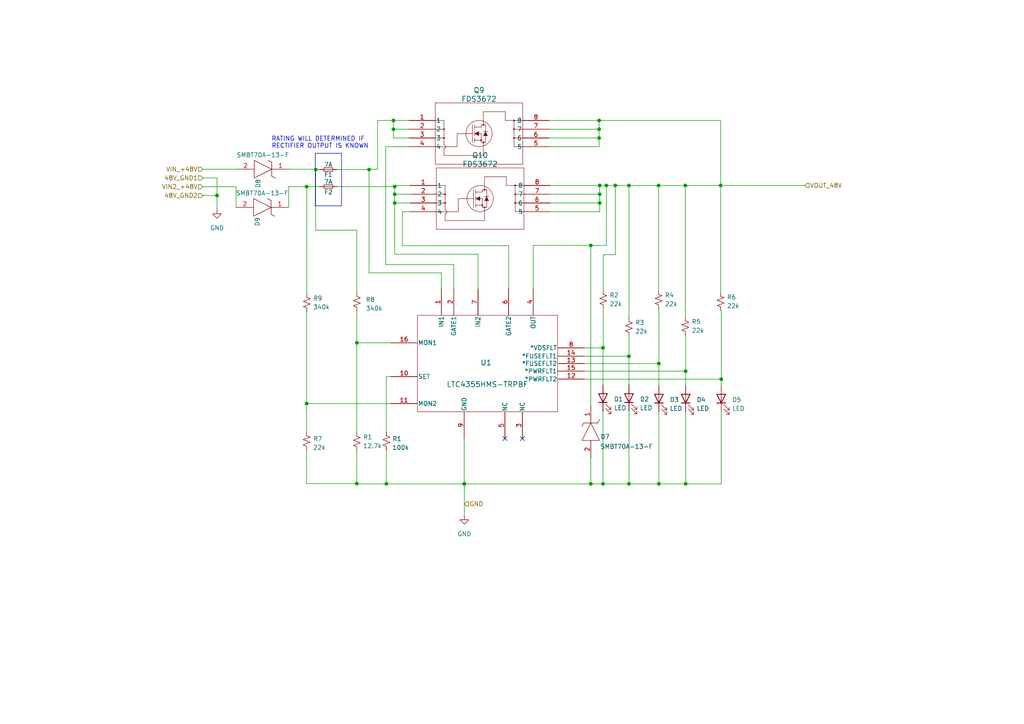
<source format=kicad_sch>
(kicad_sch (version 20230121) (generator eeschema)
  (paper "A4")
  (lib_symbols
    (symbol "Device:Fuse_Small" (pin_numbers hide) (pin_names (offset 0.254) hide)
      (property "Reference" "F" (at 0 -1.524 0))
      (property "Value" "Fuse_Small" (at 0 1.524 0))
      (symbol "Fuse_Small_0_1"
        (rectangle (start -1.27 0.508) (end 1.27 -0.508))
        (polyline (pts (xy -1.27 0) (xy 1.27 0)))
      )
      (symbol "Fuse_Small_1_1"
        (pin passive line (at -2.54 0 0) (length 1.27) (name "~") (number "1"))
        (pin passive line (at 2.54 0 180) (length 1.27) (name "~") (number "2"))
      )
    )
    (symbol "Device:LED" (pin_numbers hide) (pin_names (offset 1.016) hide)
      (property "Reference" "D" (at 0 2.54 0))
      (property "Value" "LED" (at 0 -2.54 0))
      (symbol "LED_0_1"
        (polyline (pts (xy -1.27 -1.27) (xy -1.27 1.27)) (stroke (width 0.254)))
        (polyline (pts (xy -1.27 0) (xy 1.27 0)))
        (polyline (pts (xy 1.27 -1.27) (xy 1.27 1.27) (xy -1.27 0) (xy 1.27 -1.27)) (stroke (width 0.254)))
        (polyline (pts (xy -3.048 -0.762) (xy -4.572 -2.286) (xy -3.81 -2.286) (xy -4.572 -2.286) (xy -4.572 -1.524)))
        (polyline (pts (xy -1.778 -0.762) (xy -3.302 -2.286) (xy -2.54 -2.286) (xy -3.302 -2.286) (xy -3.302 -1.524)))
      )
      (symbol "LED_1_1"
        (pin passive line (at -3.81 0 0) (length 2.54) (name "K") (number "1"))
        (pin passive line (at 3.81 0 180) (length 2.54) (name "A") (number "2"))
      )
    )
    (symbol "Device:R_Small_US" (pin_numbers hide) (pin_names (offset 0.254) hide)
      (property "Reference" "R" (at 0.762 0.508 0))
      (property "Value" "R_Small_US" (at 0.762 -1.016 0))
      (symbol "R_Small_US_1_1"
        (polyline (pts (xy 0 0) (xy 1.016 -0.381) (xy 0 -0.762) (xy -1.016 -1.143) (xy 0 -1.524)))
        (polyline (pts (xy 0 1.524) (xy 1.016 1.143) (xy 0 0.762) (xy -1.016 0.381) (xy 0 0)))
        (pin passive line (at 0 2.54 270) (length 1.016) (name "~") (number "1"))
        (pin passive line (at 0 -2.54 90) (length 1.016) (name "~") (number "2"))
      )
    )
    (symbol "LTC4355HMS:LTC4355HMS-TRPBF" (pin_names (offset 0.254))
      (property "Reference" "U1" (at 27.5336 -8.636 0))
      (property "Value" "LTC4355HMS-TRPBF" (at 27.8892 -14.9352 0))
      (symbol "LTC4355HMS-TRPBF_0_1"
        (polyline (pts (xy 7.62 -22.86) (xy 48.26 -22.86)) (stroke (width 0.127)))
        (polyline (pts (xy 7.62 5.08) (xy 7.62 -22.86)) (stroke (width 0.127)))
        (polyline (pts (xy 48.26 -22.86) (xy 48.26 5.08)) (stroke (width 0.127)))
        (polyline (pts (xy 48.26 5.08) (xy 7.62 5.08)) (stroke (width 0.127)))
        (pin unspecified line (at 14.5542 12.8016 270) (length 7.62) (name "IN1") (number "1"))
        (pin unspecified line (at -0.0508 -12.6746 0) (length 7.62) (name "SET") (number "10"))
        (pin unspecified line (at -0.1016 -20.4978 0) (length 7.62) (name "MON2") (number "11"))
        (pin unspecified line (at 56.0324 -13.4112 180) (length 7.62) (name "*PWRFLT2") (number "12"))
        (pin unspecified line (at 56.007 -8.89 180) (length 7.62) (name "*FUSEFLT2") (number "13"))
        (pin unspecified line (at 56.007 -6.7564 180) (length 7.62) (name "*FUSEFLT1") (number "14"))
        (pin unspecified line (at 56.007 -11.0998 180) (length 7.62) (name "*PWRFLT1") (number "15"))
        (pin unspecified line (at -0.0762 -2.8702 0) (length 7.62) (name "MON1") (number "16"))
        (pin unspecified line (at 18.161 12.827 270) (length 7.62) (name "GATE1") (number "2"))
        (pin unspecified line (at 38.0619 -30.6451 90) (length 7.62) (name "NC") (number "3"))
        (pin unspecified line (at 41.1988 12.827 270) (length 7.62) (name "OUT") (number "4"))
        (pin unspecified line (at 32.9819 -30.6451 90) (length 7.62) (name "NC") (number "5"))
        (pin unspecified line (at 34.0614 12.8016 270) (length 7.62) (name "GATE2") (number "6"))
        (pin unspecified line (at 25.1968 12.7508 270) (length 7.62) (name "IN2") (number "7"))
        (pin unspecified line (at 56.007 -4.3434 180) (length 7.62) (name "*VDSFLT") (number "8"))
        (pin unspecified line (at 21.1836 -30.5816 90) (length 7.62) (name "GND") (number "9"))
      )
    )
    (symbol "SMBT70A-13-F:SMBT70A-13-F" (pin_names (offset 0.762))
      (property "Reference" "D" (at 10.16 8.89 0))
      (property "Value" "SMBT70A-13-F" (at 10.16 6.35 0))
      (symbol "SMBT70A-13-F_0_0"
        (pin passive line (at 0 0 0) (length 5.08) (name "~") (number "1"))
        (pin passive line (at 15.24 0 180) (length 5.08) (name "~") (number "2"))
      )
      (symbol "SMBT70A-13-F_0_1"
        (polyline (pts (xy 4.064 2.54) (xy 5.08 2.032)) (stroke (width 0.1524)))
        (polyline (pts (xy 5.08 -2.032) (xy 5.08 2.032)) (stroke (width 0.1524)))
        (polyline (pts (xy 5.08 -2.032) (xy 6.096 -2.54)) (stroke (width 0.1524)))
        (polyline (pts (xy 5.08 0) (xy 10.16 2.54) (xy 10.16 -2.54) (xy 5.08 0)) (stroke (width 0.1524)))
      )
    )
    (symbol "power:GND" (power) (pin_names (offset 0))
      (property "Value" "GND" (at 0 -3.81 0))
      (symbol "GND_0_1"
        (polyline (pts (xy 0 0) (xy 0 -1.27) (xy 1.27 -1.27) (xy 0 -2.54) (xy -1.27 -1.27) (xy 0 -1.27)))
      )
      (symbol "GND_1_1"
        (pin power_in line (at 0 0 270) (length 0) hide (name "GND") (number "1"))
      )
    )
    (symbol "ul_FDS3672:FDS3672" (pin_names (offset 0.254))
      (property "Reference" "MOSFET" (at 20.32 10.16 0))
      (property "Value" "FDS3672" (at 20.32 7.62 0))
      (symbol "FDS3672_0_1"
        (polyline (pts (xy 7.62 -12.7) (xy 33.02 -12.7)) (stroke (width 0.127)))
        (polyline (pts (xy 7.62 -7.62) (xy 13.97 -7.62)) (stroke (width 0.127)))
        (polyline (pts (xy 7.62 -5.08) (xy 10.16 -5.08)) (stroke (width 0.127)))
        (polyline (pts (xy 7.62 -2.54) (xy 10.16 -2.54)) (stroke (width 0.127)))
        (polyline (pts (xy 7.62 0) (xy 10.16 0)) (stroke (width 0.127)))
        (polyline (pts (xy 7.62 5.08) (xy 7.62 -12.7)) (stroke (width 0.127)))
        (polyline (pts (xy 10.16 -10.16) (xy 21.59 -10.16)) (stroke (width 0.127)))
        (polyline (pts (xy 10.16 -8.128) (xy 10.16 -10.16)) (stroke (width 0.127)))
        (polyline (pts (xy 10.16 0) (xy 10.16 -7.112)) (stroke (width 0.127)))
        (polyline (pts (xy 13.97 -7.62) (xy 13.97 -3.81)) (stroke (width 0.127)))
        (polyline (pts (xy 13.97 -3.81) (xy 18.415 -3.81)) (stroke (width 0.127)))
        (polyline (pts (xy 18.415 -6.35) (xy 18.415 -1.27)) (stroke (width 0.127)))
        (polyline (pts (xy 19.05 -6.35) (xy 19.05 -5.08)) (stroke (width 0.127)))
        (polyline (pts (xy 19.05 -5.715) (xy 20.955 -5.715)) (stroke (width 0.127)))
        (polyline (pts (xy 19.05 -4.445) (xy 19.05 -3.175)) (stroke (width 0.127)))
        (polyline (pts (xy 19.05 -2.54) (xy 19.05 -1.27)) (stroke (width 0.127)))
        (polyline (pts (xy 19.05 -1.905) (xy 20.955 -1.905)) (stroke (width 0.127)))
        (polyline (pts (xy 20.32 -3.81) (xy 20.955 -3.81)) (stroke (width 0.127)))
        (polyline (pts (xy 20.955 -6.35) (xy 20.955 -3.81)) (stroke (width 0.127)))
        (polyline (pts (xy 20.955 -6.35) (xy 22.225 -6.35)) (stroke (width 0.127)))
        (polyline (pts (xy 20.955 -1.905) (xy 20.955 -1.27)) (stroke (width 0.127)))
        (polyline (pts (xy 20.955 -1.27) (xy 22.225 -1.27)) (stroke (width 0.127)))
        (polyline (pts (xy 21.59 -10.16) (xy 21.59 -6.35)) (stroke (width 0.127)))
        (polyline (pts (xy 21.59 2.54) (xy 21.59 -1.27)) (stroke (width 0.127)))
        (polyline (pts (xy 22.225 -6.35) (xy 22.225 -4.445)) (stroke (width 0.127)))
        (polyline (pts (xy 22.225 -3.175) (xy 22.225 -1.27)) (stroke (width 0.127)))
        (polyline (pts (xy 22.86 -3.175) (xy 21.59 -3.175)) (stroke (width 0.127)))
        (polyline (pts (xy 27.94 0) (xy 27.94 2.54)) (stroke (width 0.127)))
        (polyline (pts (xy 27.94 2.54) (xy 21.59 2.54)) (stroke (width 0.127)))
        (polyline (pts (xy 30.48 -7.62) (xy 30.48 0)) (stroke (width 0.127)))
        (polyline (pts (xy 33.02 -12.7) (xy 33.02 5.08)) (stroke (width 0.127)))
        (polyline (pts (xy 33.02 -7.62) (xy 30.48 -7.62)) (stroke (width 0.127)))
        (polyline (pts (xy 33.02 -5.08) (xy 30.48 -5.08)) (stroke (width 0.127)))
        (polyline (pts (xy 33.02 -2.54) (xy 30.48 -2.54)) (stroke (width 0.127)))
        (polyline (pts (xy 33.02 0) (xy 27.94 0)) (stroke (width 0.127)))
        (polyline (pts (xy 33.02 5.08) (xy 7.62 5.08)) (stroke (width 0.127)))
        (polyline (pts (xy 20.32 -3.175) (xy 19.05 -3.81) (xy 20.32 -4.445)) (stroke (width 0.0254)) (fill (type outline)))
        (polyline (pts (xy 22.86 -4.445) (xy 21.59 -4.445) (xy 22.225 -3.175)) (stroke (width 0.0254)) (fill (type outline)))
        (arc (start 10.16 -8.128) (mid 10.6658 -7.62) (end 10.16 -7.112) (stroke (width 0.127)))
        (circle (center 10.16 -5.08) (radius 0.127) (stroke (width 0.254)))
        (circle (center 10.16 -2.54) (radius 0.127) (stroke (width 0.254)))
        (circle (center 20.32 -3.81) (radius 3.81) (stroke (width 0.127)))
        (circle (center 20.955 -5.715) (radius 0.127) (stroke (width 0.254)))
        (circle (center 21.59 -6.35) (radius 0.127) (stroke (width 0.254)))
        (circle (center 21.59 -1.27) (radius 0.127) (stroke (width 0.254)))
        (circle (center 30.48 -5.08) (radius 0.127) (stroke (width 0.254)))
        (circle (center 30.48 -2.54) (radius 0.127) (stroke (width 0.254)))
        (circle (center 30.48 0) (radius 0.127) (stroke (width 0.254)))
        (pin unspecified line (at 0 0 0) (length 7.62) (name "1") (number "1"))
        (pin unspecified line (at 0 -2.54 0) (length 7.62) (name "2") (number "2"))
        (pin unspecified line (at 0 -5.08 0) (length 7.62) (name "3") (number "3"))
        (pin unspecified line (at 0 -7.62 0) (length 7.62) (name "4") (number "4"))
        (pin unspecified line (at 40.64 -7.62 180) (length 7.62) (name "5") (number "5"))
        (pin unspecified line (at 40.64 -5.08 180) (length 7.62) (name "6") (number "6"))
        (pin unspecified line (at 40.64 -2.54 180) (length 7.62) (name "7") (number "7"))
        (pin unspecified line (at 40.64 0 180) (length 7.62) (name "8") (number "8"))
      )
    )
  )
  (junction (at 114.4702 54.1182))
  (junction (at 107.0407 49.1784))
  (junction (at 198.8717 140.3379))
  (junction (at 182.4156 53.7951))
  (junction (at 209.1983 109.9655))
  (junction (at 103.4835 140.2547))
  (junction (at 114.4702 56.3351))
  (junction (at 88.9176 54.1182))
  (junction (at 173.9397 58.8751))
  (junction (at 209.0157 53.7951))
  (junction (at 173.761 40.0195))
  (junction (at 198.8671 107.6541))
  (junction (at 114.4702 58.8751))
  (junction (at 173.761 34.9395))
  (junction (at 114.1124 37.4795))
  (junction (at 134.6364 140.3379))
  (junction (at 173.9397 53.7951))
  (junction (at 173.9397 56.3351))
  (junction (at 173.761 37.4795))
  (junction (at 91.5715 49.1784))
  (junction (at 175.8697 53.7951))
  (junction (at 174.8907 100.8977))
  (junction (at 171.3529 71.1753))
  (junction (at 198.7849 53.7951))
  (junction (at 112.0592 140.3379))
  (junction (at 62.9416 56.7067))
  (junction (at 182.4206 140.3379))
  (junction (at 191.0963 140.3379))
  (junction (at 134.6818 140.3379))
  (junction (at 182.4156 103.3107))
  (junction (at 174.8907 140.3379))
  (junction (at 191.1094 105.4384))
  (junction (at 171.3529 140.3379))
  (junction (at 114.1124 34.9395))
  (junction (at 191.0095 53.7951))
  (junction (at 88.9149 117.0521))
  (junction (at 178.4711 53.7951))
  (junction (at 103.5015 99.4245))
  (no_connect (at 151.5147 127.1994))
  (no_connect (at 146.4347 127.1994))
  (wire (pts (xy 91.5546 66.7794) (xy 91.5546 49.1784)))
  (wire (pts (xy 173.761 40.0195) (xy 173.761 37.4795)))
  (wire (pts (xy 159.5817 58.8751) (xy 173.9397 58.8751)))
  (wire (pts (xy 114.4702 54.1182) (xy 114.4702 56.3351)))
  (wire (pts (xy 182.4206 119.2666) (xy 182.4206 140.3379)))
  (wire (pts (xy 169.4598 100.8977) (xy 174.8907 100.8977)))
  (wire (pts (xy 159.2529 37.4795) (xy 173.761 37.4795)))
  (wire (pts (xy 198.8671 111.8103) (xy 198.8717 111.8103)))
  (wire (pts (xy 182.4156 103.3107) (xy 182.4156 97.3766)))
  (wire (pts (xy 174.9676 89.4348) (xy 174.9676 100.8977)))
  (wire (pts (xy 88.9149 117.0521) (xy 88.9149 90.3369)))
  (wire (pts (xy 88.9176 54.1667) (xy 88.9873 54.1667)))
  (wire (pts (xy 191.0095 53.7951) (xy 198.7849 53.7951)))
  (wire (pts (xy 171.3529 140.3379) (xy 174.8907 140.3379)))
  (wire (pts (xy 58.8404 51.6267) (xy 62.9416 51.6267)))
  (wire (pts (xy 107.0407 49.0872) (xy 107.0407 49.1784)))
  (wire (pts (xy 171.3529 71.1753) (xy 175.8697 71.1753)))
  (wire (pts (xy 62.9416 56.7067) (xy 62.9416 60.7276)))
  (wire (pts (xy 191.0963 140.3379) (xy 198.8717 140.3379)))
  (wire (pts (xy 169.4852 109.9655) (xy 209.1983 109.9655)))
  (wire (pts (xy 118.6129 34.9395) (xy 114.1124 34.9395)))
  (wire (pts (xy 173.761 34.9395) (xy 209.0157 34.9395)))
  (wire (pts (xy 103.4835 125.5195) (xy 103.4835 99.4245)))
  (wire (pts (xy 174.8907 140.3379) (xy 182.4206 140.3379)))
  (wire (pts (xy 174.9676 73.8606) (xy 178.4711 73.8606)))
  (wire (pts (xy 114.4702 53.7951) (xy 114.4702 54.1182)))
  (wire (pts (xy 68.6581 49.0867) (xy 68.6581 49.0704)))
  (wire (pts (xy 114.4702 53.7951) (xy 118.9417 53.7951)))
  (wire (pts (xy 174.8907 100.8977) (xy 174.9676 100.8977)))
  (wire (pts (xy 88.9149 125.3558) (xy 88.9149 117.0521)))
  (wire (pts (xy 191.1094 89.4375) (xy 191.0095 89.4375)))
  (wire (pts (xy 116.7078 61.4151) (xy 116.7078 71.2592)))
  (wire (pts (xy 112.0592 140.3379) (xy 134.6364 140.3379)))
  (wire (pts (xy 182.4156 53.7951) (xy 191.0095 53.7951)))
  (wire (pts (xy 107.0407 79.1475) (xy 128.0044 79.1475)))
  (wire (pts (xy 209.1983 90.0104) (xy 209.1983 109.9655)))
  (wire (pts (xy 178.4711 73.8606) (xy 178.4711 53.7951)))
  (wire (pts (xy 109.5218 34.9395) (xy 109.5218 49.0872)))
  (wire (pts (xy 178.4711 53.7951) (xy 182.4156 53.7951)))
  (wire (pts (xy 209.1844 119.4303) (xy 209.1844 140.3379)))
  (wire (pts (xy 191.0963 119.4303) (xy 191.0963 140.3379)))
  (wire (pts (xy 174.8907 119.2666) (xy 174.8907 140.3379)))
  (wire (pts (xy 159.5817 61.4151) (xy 173.9397 61.4151)))
  (wire (pts (xy 173.761 37.4795) (xy 173.761 34.9395)))
  (wire (pts (xy 198.7849 92.0511) (xy 198.7849 53.7951)))
  (wire (pts (xy 131.6138 83.7273) (xy 131.6138 76.7369)))
  (wire (pts (xy 191.1094 111.8103) (xy 191.0963 111.8103)))
  (wire (pts (xy 103.4835 99.4245) (xy 103.5015 99.4245)))
  (wire (pts (xy 198.7849 53.7951) (xy 209.0157 53.7951)))
  (wire (pts (xy 114.1124 34.9395) (xy 114.1124 37.4795)))
  (wire (pts (xy 114.4702 56.3351) (xy 114.4702 58.8751)))
  (wire (pts (xy 97.7682 54.1182) (xy 114.4702 54.1182)))
  (wire (pts (xy 103.4835 140.3379) (xy 112.0592 140.3379)))
  (wire (pts (xy 198.8671 97.1311) (xy 198.7849 97.1311)))
  (wire (pts (xy 91.5715 49.1784) (xy 91.5546 49.1784)))
  (wire (pts (xy 147.5142 71.2592) (xy 147.5142 83.7527)))
  (wire (pts (xy 173.9397 56.3351) (xy 173.9397 53.7951)))
  (wire (pts (xy 233.4104 53.7951) (xy 209.0157 53.7951)))
  (wire (pts (xy 182.4156 111.6466) (xy 182.4206 111.6466)))
  (wire (pts (xy 103.5015 66.7794) (xy 91.5546 66.7794)))
  (wire (pts (xy 118.6129 37.4795) (xy 114.1124 37.4795)))
  (wire (pts (xy 97.7561 49.1784) (xy 107.0407 49.1784)))
  (wire (pts (xy 191.0095 84.3575) (xy 191.0095 53.7951)))
  (wire (pts (xy 116.7078 71.2592) (xy 147.5142 71.2592)))
  (wire (pts (xy 83.7139 60.1611) (xy 83.7139 54.1182)))
  (wire (pts (xy 198.8717 140.3379) (xy 209.1844 140.3379)))
  (wire (pts (xy 111.8739 42.5595) (xy 118.6129 42.5595)))
  (wire (pts (xy 138.6496 83.8035) (xy 138.6496 73.7244)))
  (wire (pts (xy 169.4598 105.4384) (xy 169.4598 105.4443)))
  (wire (pts (xy 209.1983 111.8103) (xy 209.1844 111.8103)))
  (wire (pts (xy 88.9149 117.0521) (xy 113.3512 117.0521)))
  (wire (pts (xy 88.9149 130.4358) (xy 88.9149 140.2547)))
  (wire (pts (xy 174.9676 84.3548) (xy 174.9676 73.8606)))
  (wire (pts (xy 191.1094 105.4384) (xy 191.1094 111.8103)))
  (wire (pts (xy 118.9417 61.4151) (xy 116.7078 61.4151)))
  (wire (pts (xy 118.9417 56.3351) (xy 114.4702 56.3351)))
  (wire (pts (xy 198.8671 97.1311) (xy 198.8671 107.6541)))
  (wire (pts (xy 174.8907 111.6466) (xy 174.8907 100.8977)))
  (wire (pts (xy 209.0157 53.7951) (xy 209.0157 84.9304)))
  (wire (pts (xy 58.8404 56.7067) (xy 62.9416 56.7067)))
  (wire (pts (xy 171.3529 117.5977) (xy 171.3529 71.1753)))
  (wire (pts (xy 209.0157 34.9395) (xy 209.0157 53.7951)))
  (wire (pts (xy 88.9176 54.1182) (xy 88.9176 54.1667)))
  (wire (pts (xy 134.6818 149.4705) (xy 134.6818 140.3379)))
  (wire (pts (xy 175.8697 71.1753) (xy 175.8697 53.7951)))
  (wire (pts (xy 88.9149 90.3369) (xy 88.9873 90.3369)))
  (wire (pts (xy 159.5817 53.7951) (xy 173.9397 53.7951)))
  (wire (pts (xy 103.5015 90.0856) (xy 103.5015 99.4245)))
  (wire (pts (xy 173.9397 61.4151) (xy 173.9397 58.8751)))
  (wire (pts (xy 103.5015 99.4245) (xy 113.3766 99.4245)))
  (wire (pts (xy 107.0407 49.0872) (xy 109.5218 49.0872)))
  (wire (pts (xy 175.8697 53.7951) (xy 178.4711 53.7951)))
  (wire (pts (xy 62.9416 51.6267) (xy 62.9416 56.7067)))
  (wire (pts (xy 83.7139 54.1182) (xy 88.9176 54.1182)))
  (wire (pts (xy 118.6129 40.0195) (xy 114.1124 40.0195)))
  (wire (pts (xy 173.761 42.5595) (xy 173.761 40.0195)))
  (wire (pts (xy 191.1094 89.4375) (xy 191.1094 105.4384)))
  (wire (pts (xy 134.6364 140.3379) (xy 134.6364 127.1359)))
  (wire (pts (xy 92.6761 49.1784) (xy 91.5715 49.1784)))
  (wire (pts (xy 159.2529 42.5595) (xy 173.761 42.5595)))
  (wire (pts (xy 103.5015 85.0056) (xy 103.5015 66.7794)))
  (wire (pts (xy 58.8404 54.1667) (xy 68.4739 54.1667)))
  (wire (pts (xy 92.6882 54.1182) (xy 88.9176 54.1182)))
  (wire (pts (xy 112.0592 125.3781) (xy 112.0592 109.2289)))
  (wire (pts (xy 103.4835 140.3379) (xy 103.4835 140.2547)))
  (wire (pts (xy 173.9397 53.7951) (xy 175.8697 53.7951)))
  (wire (pts (xy 134.6818 140.3379) (xy 171.3529 140.3379)))
  (wire (pts (xy 159.5817 56.3351) (xy 173.9397 56.3351)))
  (wire (pts (xy 128.0044 79.1475) (xy 128.0044 83.7527)))
  (wire (pts (xy 159.2529 40.0195) (xy 173.761 40.0195)))
  (wire (pts (xy 112.0592 109.2289) (xy 113.402 109.2289)))
  (wire (pts (xy 118.9417 58.8751) (xy 114.4702 58.8751)))
  (wire (pts (xy 138.6496 73.7244) (xy 114.4702 73.7244)))
  (wire (pts (xy 169.4598 105.4384) (xy 191.1094 105.4384)))
  (wire (pts (xy 114.1124 37.4795) (xy 114.1124 40.0195)))
  (wire (pts (xy 58.8404 49.0867) (xy 68.6581 49.0867)))
  (wire (pts (xy 154.6516 71.1753) (xy 171.3529 71.1753)))
  (wire (pts (xy 128.0044 83.7527) (xy 128.007 83.7527)))
  (wire (pts (xy 68.4739 54.1667) (xy 68.4739 60.1611)))
  (wire (pts (xy 114.4702 58.8751) (xy 114.4702 73.7244)))
  (wire (pts (xy 159.2529 34.9395) (xy 173.761 34.9395)))
  (wire (pts (xy 103.4835 140.2547) (xy 103.4835 130.5995)))
  (wire (pts (xy 111.8739 76.7369) (xy 111.8739 42.5595)))
  (wire (pts (xy 112.0592 130.4581) (xy 112.0592 140.3379)))
  (wire (pts (xy 169.4598 107.6541) (xy 198.8671 107.6541)))
  (wire (pts (xy 131.6138 76.7369) (xy 111.8739 76.7369)))
  (wire (pts (xy 182.4156 53.7951) (xy 182.4156 92.2966)))
  (wire (pts (xy 114.1124 34.9395) (xy 109.5218 34.9395)))
  (wire (pts (xy 182.4206 140.3379) (xy 191.0963 140.3379)))
  (wire (pts (xy 171.3529 132.8377) (xy 171.3529 140.3379)))
  (wire (pts (xy 107.0407 49.1784) (xy 107.0407 79.1475)))
  (wire (pts (xy 88.9149 140.2547) (xy 103.4835 140.2547)))
  (wire (pts (xy 134.6364 140.3379) (xy 134.6818 140.3379)))
  (wire (pts (xy 173.9397 58.8751) (xy 173.9397 56.3351)))
  (wire (pts (xy 154.6516 83.7273) (xy 154.6516 71.1753)))
  (wire (pts (xy 209.1983 90.0104) (xy 209.0157 90.0104)))
  (wire (pts (xy 91.5715 49.0704) (xy 91.5715 49.1784)))
  (wire (pts (xy 83.8981 49.0704) (xy 91.5715 49.0704)))
  (wire (pts (xy 169.4598 103.3107) (xy 182.4156 103.3107)))
  (wire (pts (xy 209.1983 109.9655) (xy 209.1983 111.8103)))
  (wire (pts (xy 182.4156 103.3107) (xy 182.4156 111.6466)))
  (wire (pts (xy 198.8717 119.4303) (xy 198.8717 140.3379)))
  (wire (pts (xy 198.8671 107.6541) (xy 198.8671 111.8103)))
  (wire (pts (xy 88.9873 54.1667) (xy 88.9873 85.2569)))
  (rectangle (start 91.44 44.45) (end 99.06 59.69))
  (text "RATING WILL DETERMINED IF \nRECTIFIER OUTPUT IS KNOWN" (at 78.74 43.18 0) (effects (font (size 1.27 1.27)) (justify left bottom)))
  (hierarchical_label "GND" (shape input) (at 134.6818 146.1469 0))
  (hierarchical_label "48V_GND1" (shape input) (at 58.8404 51.6267 180))
  (hierarchical_label "VIN_+48V" (shape input) (at 58.8404 49.0867 180))
  (hierarchical_label "VOUT_48V" (shape input) (at 233.4104 53.7951 0))
  (hierarchical_label "48V_GND2" (shape input) (at 58.8404 56.7067 180))
  (hierarchical_label "VIN2_+48V" (shape input) (at 58.8404 54.1667 180))
  (symbol (lib_id "Device:R_Small_US") (at 198.7849 94.5911 0) (unit 1)
    (property "Reference" "R5" (at 200.5886 93.3211 0) (effects (justify left)))
    (property "Value" "22k" (at 200.5886 95.8611 0) (effects (justify left)))
    (property "Footprint" "Resistor_SMD:R_0603_1608Metric" (effects hide))
    (property "LCSC" "C3016353" (effects hide))
    (instances (project "baketpanget" (path "" (reference "R5") (unit 1))) (project "packetUPS" (path "" (reference "R102") (unit 1))))
  )
  (symbol (lib_id "SMBT70A-13-F:SMBT70A-13-F") (at 83.8981 49.0704 180) (unit 1)
    (property "Reference" "D8" (at 74.835 51.8677 90) (effects (justify left)))
    (property "Value" "SMBT70A-13-F" (at 83.8758 44.9491 0) (effects (justify left)))
    (property "Footprint" "LIB_SMBT70A-13-F:DIONM5336X250N" (effects hide))
    (property "Description" "Diodes Inc SMBT70A-13-F Uni-Directional TVS Diode, 600W peak, 2-Pin SMB" (effects hide))
    (property "Height" "2.5" (effects hide))
    (property "Mouser Part Number" "621-SMBT70A-13-F" (effects hide))
    (property "Mouser Price/Stock" "https://www.mouser.co.uk/ProductDetail/Diodes-Incorporated/SMBT70A-13-F?qs=gaDBXWSqsDC9RwiznF9mMA%3D%3D" (effects hide))
    (property "Manufacturer_Name" "Diodes Inc." (effects hide))
    (property "Manufacturer_Part_Number" "SMBT70A-13-F" (effects hide))
    (property "LCSC" "C135114" (effects hide))
  )
  (symbol (lib_id "ul_FDS3672:FDS3672") (at 118.9417 53.7951 0) (unit 1)
    (property "Reference" "Q10" (at 139.2617 45.0363 0) (effects (font (size 1.524 1.524))))
    (property "Value" "FDS3672" (at 139.2617 47.5763 0) (effects (font (size 1.524 1.524))))
    (property "Footprint" "ul_FDS3672:SOIC8_751EB_ONS" (effects hide))
    (property "Datasheet" "FDS3672" (effects hide))
    (property "LCSC" "C693142" (effects hide))
  )
  (symbol (lib_id "ul_FDS3672:FDS3672") (at 118.6129 34.9395 0) (unit 1)
    (property "Reference" "Q9" (at 138.9329 26.1807 0) (effects (font (size 1.524 1.524))))
    (property "Value" "FDS3672" (at 138.9329 28.7207 0) (effects (font (size 1.524 1.524))))
    (property "Footprint" "ul_FDS3672:SOIC8_751EB_ONS" (effects hide))
    (property "Datasheet" "FDS3672" (effects hide))
    (property "LCSC" "C693142" (effects hide))
  )
  (symbol (lib_id "Device:R_Small_US") (at 88.9149 127.8958 0) (unit 1)
    (property "Reference" "R7" (at 90.8112 127.2608 0) (effects (justify left)))
    (property "Value" "22k" (at 90.8112 129.8008 0) (effects (justify left)))
    (property "Footprint" "Resistor_SMD:R_0603_1608Metric" (effects hide))
    (property "LCSC" "C3016353" (effects hide))
    (instances (project "baketpanget" (path "" (reference "R7") (unit 1))) (project "packetUPS" (path "" (reference "R74") (unit 1))))
  )
  (symbol (lib_id "power:GND") (at 134.6818 149.4705 0) (unit 1)
    (property "Reference" "#PWR01" (effects hide))
    (property "Value" "GND" (at 134.6818 154.8582 0))
    (instances (project "baketpanget" (path "" (reference "#PWR01") (unit 1))) (project "packetUPS" (path "" (reference "#PWR038") (unit 1))))
  )
  (symbol (lib_id "Device:R_Small_US") (at 174.9676 86.8948 0) (unit 1)
    (property "Reference" "R2" (at 176.7713 85.6248 0) (effects (justify left)))
    (property "Value" "22k" (at 176.7713 88.1648 0) (effects (justify left)))
    (property "Footprint" "Resistor_SMD:R_0603_1608Metric_Pad0.98x0.95mm_HandSolder" (effects hide))
    (property "LCSC" "C3016353" (effects hide))
    (instances (project "baketpanget" (path "" (reference "R2") (unit 1))) (project "packetUPS" (path "" (reference "R99") (unit 1))))
  )
  (symbol (lib_id "Device:R_Small_US") (at 209.0157 87.4704 0) (unit 1)
    (property "Reference" "R6" (at 210.8194 86.2004 0) (effects (justify left)))
    (property "Value" "22k" (at 210.8194 88.7404 0) (effects (justify left)))
    (property "Footprint" "Resistor_SMD:R_0603_1608Metric" (effects hide))
    (property "LCSC" "C3016353" (effects hide))
    (instances (project "baketpanget" (path "" (reference "R6") (unit 1))) (project "packetUPS" (path "" (reference "R103") (unit 1))))
  )
  (symbol (lib_id "Device:R_Small_US") (at 182.4156 94.8366 0) (unit 1)
    (property "Reference" "R3" (at 184.2193 93.5666 0) (effects (justify left)))
    (property "Value" "22k" (at 184.2193 96.1066 0) (effects (justify left)))
    (property "Footprint" "Resistor_SMD:R_0603_1608Metric" (effects hide))
    (property "LCSC" "C3016353" (effects hide))
    (instances (project "baketpanget" (path "" (reference "R3") (unit 1))) (project "packetUPS" (path "" (reference "R100") (unit 1))))
  )
  (symbol (lib_id "Device:LED") (at 182.4206 115.4566 90) (unit 1)
    (property "Reference" "D2" (at 185.5712 115.7741 90) (effects (justify right)))
    (property "Value" "LED" (at 185.5712 118.3141 90) (effects (justify right)))
    (property "Footprint" "LED_SMD:LED_0603_1608Metric" (effects hide))
    (property "LCSC" "C94869" (effects hide))
    (instances (project "baketpanget" (path "" (reference "D2") (unit 1))) (project "packetUPS" (path "" (reference "D3") (unit 1))))
  )
  (symbol (lib_id "SMBT70A-13-F:SMBT70A-13-F") (at 83.7139 60.1611 180) (unit 1)
    (property "Reference" "D9" (at 74.6508 62.9584 90) (effects (justify left)))
    (property "Value" "SMBT70A-13-F" (at 83.6916 56.0398 0) (effects (justify left)))
    (property "Footprint" "LIB_SMBT70A-13-F:DIONM5336X250N" (effects hide))
    (property "Description" "Diodes Inc SMBT70A-13-F Uni-Directional TVS Diode, 600W peak, 2-Pin SMB" (effects hide))
    (property "Height" "2.5" (effects hide))
    (property "Mouser Part Number" "621-SMBT70A-13-F" (effects hide))
    (property "Mouser Price/Stock" "https://www.mouser.co.uk/ProductDetail/Diodes-Incorporated/SMBT70A-13-F?qs=gaDBXWSqsDC9RwiznF9mMA%3D%3D" (effects hide))
    (property "Manufacturer_Name" "Diodes Inc." (effects hide))
    (property "Manufacturer_Part_Number" "SMBT70A-13-F" (effects hide))
    (property "LCSC" "C135114" (effects hide))
  )
  (symbol (lib_id "Device:LED") (at 209.1844 115.6203 90) (unit 1)
    (property "Reference" "D5" (at 212.335 115.9378 90) (effects (justify right)))
    (property "Value" "LED" (at 212.335 118.4778 90) (effects (justify right)))
    (property "Footprint" "LED_SMD:LED_0603_1608Metric" (effects hide))
    (property "LCSC" "C94869" (effects hide))
    (instances (project "baketpanget" (path "" (reference "D5") (unit 1))) (project "packetUPS" (path "" (reference "D6") (unit 1))))
  )
  (symbol (lib_id "Device:R_Small_US") (at 103.4835 128.0595 0) (unit 1)
    (property "Reference" "R1" (at 105.2872 126.7895 0) (effects (justify left)))
    (property "Value" "12.7k" (at 105.2872 129.3295 0) (effects (justify left)))
    (property "Footprint" "Resistor_SMD:R_0603_1608Metric" (effects hide))
    (property "LCSC" "C3017315" (effects hide))
    (instances (project "baketpanget" (path "" (reference "R1") (unit 1))) (project "packetUPS" (path "" (reference "R95") (unit 1))))
  )
  (symbol (lib_id "Device:R_Small_US") (at 191.0095 86.8975 0) (unit 1)
    (property "Reference" "R4" (at 192.8132 85.6275 0) (effects (justify left)))
    (property "Value" "22k" (at 192.8132 88.1675 0) (effects (justify left)))
    (property "Footprint" "Resistor_SMD:R_0603_1608Metric" (effects hide))
    (property "LCSC" "C3016353" (effects hide))
    (instances (project "baketpanget" (path "" (reference "R4") (unit 1))) (project "packetUPS" (path "" (reference "R101") (unit 1))))
  )
  (symbol (lib_id "Device:R_Small_US") (at 112.0592 127.9181 0) (unit 1)
    (property "Reference" "R1" (at 113.7693 127.2831 0) (effects (justify left)))
    (property "Value" "100k" (at 113.7693 129.8231 0) (effects (justify left)))
    (property "Footprint" "Resistor_SMD:R_0603_1608Metric" (effects hide))
    (property "LCSC" "C14675" (effects hide))
    (instances (project "baketpanget" (path "" (reference "R1") (unit 1))) (project "packetUPS" (path "" (reference "R104") (unit 1))))
  )
  (symbol (lib_id "Device:LED") (at 198.8717 115.6203 90) (unit 1)
    (property "Reference" "D4" (at 202.0223 115.9378 90) (effects (justify right)))
    (property "Value" "LED" (at 202.0223 118.4778 90) (effects (justify right)))
    (property "Footprint" "LED_SMD:LED_0603_1608Metric" (effects hide))
    (property "LCSC" "C94869" (effects hide))
    (instances (project "baketpanget" (path "" (reference "D4") (unit 1))) (project "packetUPS" (path "" (reference "D5") (unit 1))))
  )
  (symbol (lib_id "Device:R_Small_US") (at 88.9873 87.7969 0) (unit 1)
    (property "Reference" "R9" (at 90.791 86.5269 0) (effects (justify left)))
    (property "Value" "340k" (at 90.791 89.0669 0) (effects (justify left)))
    (property "Footprint" "Resistor_SMD:R_0603_1608Metric" (effects hide))
    (property "LCSC" "C103561" (effects hide))
    (instances (project "baketpanget" (path "" (reference "R9") (unit 1))) (project "packetUPS" (path "" (reference "R75") (unit 1))))
  )
  (symbol (lib_id "SMBT70A-13-F:SMBT70A-13-F") (at 171.3529 117.5977 270) (unit 1)
    (property "Reference" "D7" (at 174.1502 126.6608 90) (effects (justify left)))
    (property "Value" "SMBT70A-13-F" (at 174.0942 129.514 90) (effects (justify left)))
    (property "Footprint" "LIB_SMBT70A-13-F:DIONM5336X250N" (effects hide))
    (property "Description" "Diodes Inc SMBT70A-13-F Uni-Directional TVS Diode, 600W peak, 2-Pin SMB" (effects hide))
    (property "Height" "2.5" (effects hide))
    (property "Mouser Part Number" "621-SMBT70A-13-F" (effects hide))
    (property "Mouser Price/Stock" "https://www.mouser.co.uk/ProductDetail/Diodes-Incorporated/SMBT70A-13-F?qs=gaDBXWSqsDC9RwiznF9mMA%3D%3D" (effects hide))
    (property "Manufacturer_Name" "Diodes Inc." (effects hide))
    (property "Manufacturer_Part_Number" "SMBT70A-13-F" (effects hide))
    (property "LCSC" "C135114" (effects hide))
  )
  (symbol (lib_id "LTC4355HMS:LTC4355HMS-TRPBF") (at 113.4528 96.5543 0) (unit 1)
    (property "Reference" "U1" (at 140.9864 105.1903 0) (effects (font (size 1.524 1.524))))
    (property "Value" "LTC4355HMS-TRPBF" (at 141.342 111.4895 0) (effects (font (size 1.524 1.524))))
    (property "Footprint" "ul_LTC4355HMS-TRPBF:MS_16A_ADI" (effects hide))
    (property "Datasheet" "LTC4355HMS-TRPBF" (effects hide))
    (instances (project "baketpanget" (path "" (reference "U1") (unit 1))) (project "packetUPS" (path "" (reference "U6") (unit 1))))
  )
  (symbol (lib_id "power:GND") (at 62.9416 60.7276 0) (unit 1)
    (property "Reference" "#PWR01" (effects hide))
    (property "Value" "GND" (at 62.9416 66.1153 0))
    (instances (project "baketpanget" (path "" (reference "#PWR01") (unit 1))) (project "packetUPS" (path "" (reference "#PWR092") (unit 1))))
  )
  (symbol (lib_id "Device:Fuse_Small") (at 95.2282 54.1182 0) (unit 1)
    (property "Reference" "F2" (at 95.299 55.7219 0))
    (property "Value" "7A" (at 95.2282 52.6939 0))
    (property "Footprint" "PWX-Footprints-SNAP:0453Series_LTF-M" (effects hide))
    (property "LCSC" "C179000" (effects hide))
  )
  (symbol (lib_id "Device:Fuse_Small") (at 95.2161 49.1784 0) (unit 1)
    (property "Reference" "F1" (at 95.2368 50.6537 0))
    (property "Value" "7A" (at 95.2161 47.7541 0))
    (property "Footprint" "PWX-Footprints-SNAP:0453Series_LTF-M" (effects hide))
    (property "LCSC" "C179000" (effects hide))
  )
  (symbol (lib_id "Device:R_Small_US") (at 103.5015 87.5456 0) (unit 1)
    (property "Reference" "R8" (at 106.0512 86.9106 0) (effects (justify left)))
    (property "Value" "340k" (at 106.0512 89.4506 0) (effects (justify left)))
    (property "Footprint" "Resistor_SMD:R_0603_1608Metric" (effects hide))
    (property "LCSC" "C103561" (effects hide))
    (instances (project "baketpanget" (path "" (reference "R8") (unit 1))) (project "packetUPS" (path "" (reference "R96") (unit 1))))
  )
  (symbol (lib_id "Device:LED") (at 191.0963 115.6203 90) (unit 1)
    (property "Reference" "D3" (at 194.2469 115.9378 90) (effects (justify right)))
    (property "Value" "LED" (at 194.2469 118.4778 90) (effects (justify right)))
    (property "Footprint" "LED_SMD:LED_0603_1608Metric" (effects hide))
    (property "LCSC" "C94869" (effects hide))
    (instances (project "baketpanget" (path "" (reference "D3") (unit 1))) (project "packetUPS" (path "" (reference "D4") (unit 1))))
  )
  (symbol (lib_id "Device:LED") (at 174.8907 115.4566 90) (unit 1)
    (property "Reference" "D1" (at 178.0413 115.7741 90) (effects (justify right)))
    (property "Value" "LED" (at 178.0413 118.3141 90) (effects (justify right)))
    (property "Footprint" "LED_SMD:LED_0603_1608Metric" (effects hide))
    (property "LCSC" "C94869" (effects hide))
    (instances (project "baketpanget" (path "" (reference "D1") (unit 1))) (project "packetUPS" (path "" (reference "D2") (unit 1))))
  )
)
</source>
